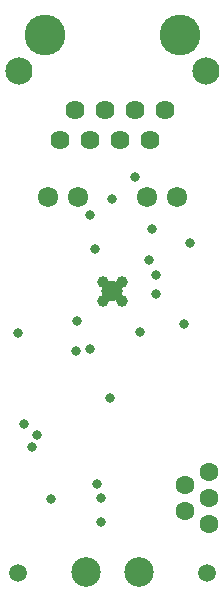
<source format=gbs>
%FSTAX23Y23*%
%MOIN*%
%SFA1B1*%

%IPPOS*%
%ADD33C,0.059181*%
%ADD34C,0.098551*%
%ADD35C,0.070992*%
%ADD36C,0.039496*%
%ADD37C,0.063118*%
%ADD38C,0.067842*%
%ADD39C,0.063905*%
%ADD40C,0.090677*%
%ADD41C,0.135952*%
%ADD42C,0.031622*%
%LNwol_pcb-1*%
%LPD*%
G54D33*
X00708Y00086D03*
X00078D03*
G54D34*
X00482Y00088D03*
X00305D03*
G54D35*
X00393Y01023D03*
G54D36*
X00425Y00992D03*
Y01055D03*
X00362D03*
Y00992D03*
G54D37*
X00637Y00377D03*
Y00291D03*
X00716Y00421D03*
Y00334D03*
Y00248D03*
G54D38*
X00608Y01338D03*
X00508D03*
X00278D03*
X00178D03*
G54D39*
X00218Y01528D03*
X00268Y01628D03*
X00318Y01528D03*
X00368Y01628D03*
X00418Y01528D03*
X00468Y01628D03*
X00518Y01528D03*
X00568Y01628D03*
G54D40*
X00704Y01758D03*
X00082D03*
G54D41*
X00168Y01878D03*
X00618D03*
G54D42*
X00275Y00925D03*
X00098Y00582D03*
X00125Y00503D03*
X00653Y01185D03*
X00141Y00543D03*
X00633Y00913D03*
X00342Y00381D03*
X00385Y00669D03*
X00078Y00885D03*
X00271Y00826D03*
X00484Y00889D03*
X00515Y01129D03*
X00539Y01078D03*
X00318Y0083D03*
Y01279D03*
X00393Y0133D03*
X00527Y01232D03*
X00468Y01405D03*
X00334Y01165D03*
X00188Y0033D03*
X00539Y01013D03*
X00354Y00334D03*
Y00255D03*
M02*
</source>
